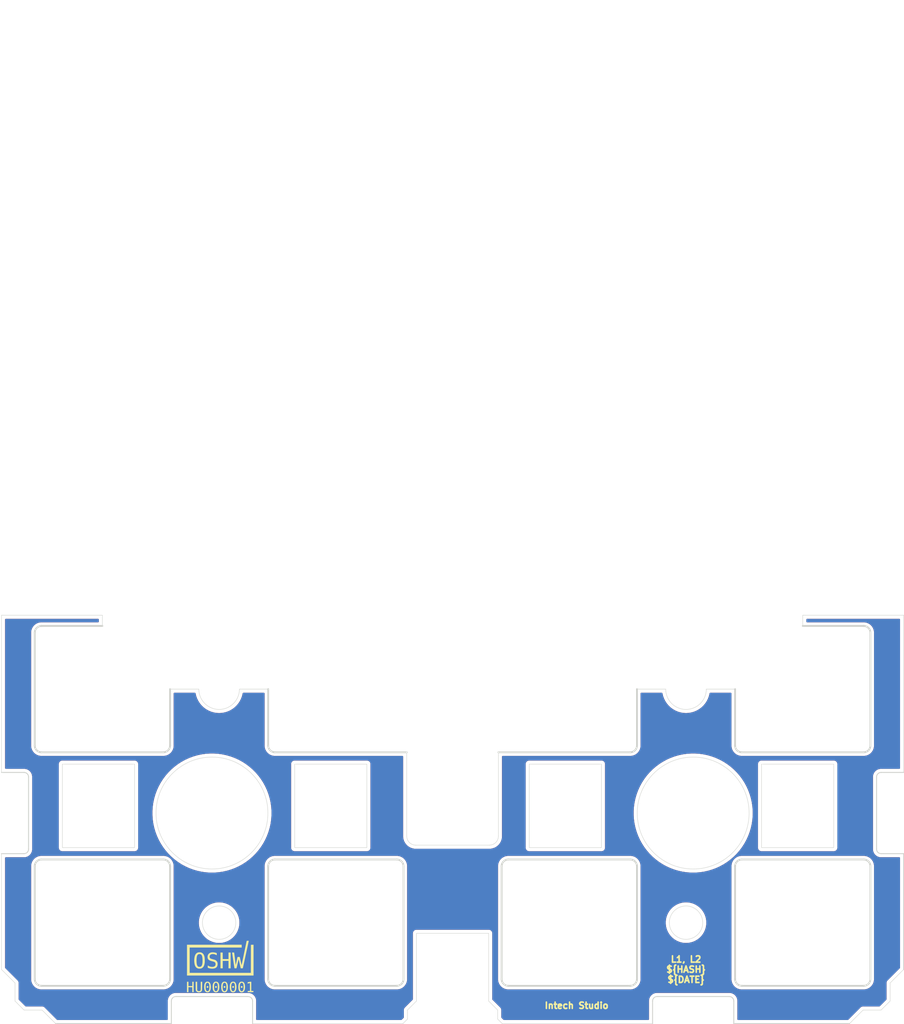
<source format=kicad_pcb>
(kicad_pcb (version 20241229) (generator "pcbnew") (generator_version "9.0")
  (layers (0 "F.Cu" signal) (2 "B.Cu" signal) (13 "F.Paste" user) (15 "B.Paste" user) (5 "F.SilkS" user "F.Silkscreen") (7 "B.SilkS" user "B.Silkscreen") (1 "F.Mask" user) (3 "B.Mask" user) (25 "Edge.Cuts" user))
  (net 0 "")
  (footprint "suku_basics:OSHWA" (layer "F.Cu") (at 74.25 143.75)
    (property "Reference" "LOGO701" (hide yes))
    (property "Value" "LOGO" (hide yes))
    (fp_poly (pts (xy 3.689316 0.925456) (xy -3.689315 0.925456) (xy -3.689315 -2.488724) (xy 2.37617 -2.488724) (xy 2.37617 -2.176071) (xy -3.389168 -2.176071) (xy -3.389168 0.625308) (xy 3.389071 0.625308) (xy 3.392246 -0.928582) (xy 3.395421 -2.482471) (xy 3.542369 -2.485995) (xy 3.689316 -2.489518)) (fill yes) (layer "F.SilkS"))
    (fp_poly (pts (xy -3.526735 2.088528) (xy -3.101526 2.088528) (xy -3.101526 1.613294) (xy -2.951452 1.613294) (xy -2.951452 2.763861) (xy -3.101038 2.763861) (xy -3.104409 2.491852) (xy -3.107779 2.219843) (xy -3.526735 2.212985) (xy -3.526735 2.763861) (xy -3.689315 2.763861) (xy -3.689315 1.613294) (xy -3.526735 1.613294)) (fill yes) (layer "F.SilkS"))
    (fp_poly (pts (xy 0.146948 -1.623126) (xy 0.268883 -1.619547) (xy 0.275519 -0.900443) (xy 0.91295 -0.900443) (xy 0.91295 -1.6258) (xy 1.150567 -1.6258) (xy 1.150567 0.125062) (xy 0.91295 0.125062) (xy 0.91295 -0.700344) (xy 0.275136 -0.700344) (xy 0.275136 0.125062) (xy 0.025013 0.125062) (xy 0.025013 -1.626706)) (fill yes) (layer "F.SilkS"))
    (fp_poly (pts (xy -1.366002 2.099022) (xy -1.333968 2.12638) (xy -1.31649 2.164417) (xy -1.31599 2.206947) (xy -1.334889 2.247785) (xy -1.343843 2.25793) (xy -1.384322 2.283341) (xy -1.429351 2.288196) (xy -1.47129 2.272398) (xy -1.486052 2.259682) (xy -1.510388 2.218539) (xy -1.513698 2.175058) (xy -1.498584 2.135108) (xy -1.467647 2.104558) (xy -1.42349 2.089276) (xy -1.41017 2.088528)) (fill yes) (layer "F.SilkS"))
    (fp_poly (pts (xy -0.428041 2.099022) (xy -0.396007 2.12638) (xy -0.378529 2.164417) (xy -0.378028 2.206947) (xy -0.396927 2.247785) (xy -0.405881 2.25793) (xy -0.446361 2.283341) (xy -0.491389 2.288196) (xy -0.533328 2.272398) (xy -0.54809 2.259682) (xy -0.572426 2.218539) (xy -0.575736 2.175058) (xy -0.560622 2.135108) (xy -0.529686 2.104558) (xy -0.485529 2.089276) (xy -0.472209 2.088528)) (fill yes) (layer "F.SilkS"))
    (fp_poly (pts (xy 0.522427 2.099022) (xy 0.554461 2.12638) (xy 0.571939 2.164417) (xy 0.57244 2.206947) (xy 0.55354 2.247785) (xy 0.544587 2.25793) (xy 0.504107 2.283341) (xy 0.459078 2.288196) (xy 0.417139 2.272398) (xy 0.402377 2.259682) (xy 0.378041 2.218539) (xy 0.374731 2.175058) (xy 0.389846 2.135108) (xy 0.420782 2.104558) (xy 0.464939 2.089276) (xy 0.478259 2.088528)) (fill yes) (layer "F.SilkS"))
    (fp_poly (pts (xy 1.472895 2.099022) (xy 1.504929 2.12638) (xy 1.522407 2.164417) (xy 1.522907 2.206947) (xy 1.504008 2.247785) (xy 1.495054 2.25793) (xy 1.454575 2.283341) (xy 1.409546 2.288196) (xy 1.367607 2.272398) (xy 1.352845 2.259682) (xy 1.328509 2.218539) (xy 1.325199 2.175058) (xy 1.340313 2.135108) (xy 1.37125 2.104558) (xy 1.415407 2.089276) (xy 1.428727 2.088528)) (fill yes) (layer "F.SilkS"))
    (fp_poly (pts (xy 2.423363 2.099022) (xy 2.455397 2.12638) (xy 2.472875 2.164417) (xy 2.473375 2.206947) (xy 2.454476 2.247785) (xy 2.445522 2.25793) (xy 2.405042 2.283341) (xy 2.360014 2.288196) (xy 2.318075 2.272398) (xy 2.303313 2.259682) (xy 2.278977 2.218539) (xy 2.275667 2.175058) (xy 2.290781 2.135108) (xy 2.321718 2.104558) (xy 2.365875 2.089276) (xy 2.379195 2.088528)) (fill yes) (layer "F.SilkS"))
    (fp_poly (pts (xy 3.439193 2.626293) (xy 3.67681 2.626293) (xy 3.67681 2.763861) (xy 3.037689 2.763861) (xy 3.041469 2.698203) (xy 3.045249 2.632546) (xy 3.167184 2.628966) (xy 3.289119 2.625387) (xy 3.289119 2.194378) (xy 3.288777 2.074495) (xy 3.287778 1.971946) (xy 3.286163 1.888188) (xy 3.283972 1.824679) (xy 3.281247 1.782877) (xy 3.278027 1.76424) (xy 3.277097 1.763368) (xy 3.260168 1.766055) (xy 3.225245 1.773232) (xy 3.178662 1.78357) (xy 3.157804 1.78838) (xy 3.108191 1.799632) (xy 3.067562 1.808258) (xy 3.042296 1.81293) (xy 3.037888 1.813393) (xy 3.031169 1.801857) (xy 3.028386 1.770697) (xy 3.028992 1.742407) (xy 3.032743 1.671421) (xy 3.157804 1.642959) (xy 3.221273 1.630301) (xy 3.285815 1.620393) (xy 3.341191 1.614699) (xy 3.361029 1.613896) (xy 3.439193 1.613294)) (fill yes) (layer "F.SilkS"))
    (fp_poly (pts (xy -2.561065 2.0883) (xy -2.557508 2.563306) (xy -2.519948 2.600854) (xy -2.471266 2.633373) (xy -2.409462 2.651483) (xy -2.342226 2.654652) (xy -2.277249 2.642346) (xy -2.231814 2.62084) (xy -2.214905 2.608756) (xy -2.201041 2.59515) (xy -2.189922 2.577563) (xy -2.181246 2.553532) (xy -2.17471 2.520598) (xy -2.170015 2.4763) (xy -2.166857 2.418177) (xy -2.164936 2.343768) (xy -2.16395 2.250614) (xy -2.163598 2.136253) (xy -2.163564 2.063918) (xy -2.163564 1.613294) (xy -1.998864 1.613294) (xy -2.004222 2.072895) (xy -2.006032 2.205355) (xy -2.008145 2.314667) (xy -2.01064 2.402695) (xy -2.0136 2.471303) (xy -2.017104 2.522353) (xy -2.021235 2.557709) (xy -2.026072 2.579236) (xy -2.026235 2.579707) (xy -2.061961 2.646483) (xy -2.11637 2.704712) (xy -2.18322 2.74789) (xy -2.191159 2.751482) (xy -2.248615 2.76959) (xy -2.317403 2.781305) (xy -2.387483 2.785695) (xy -2.448813 2.781827) (xy -2.469965 2.7774) (xy -2.559864 2.741802) (xy -2.631084 2.690092) (xy -2.68309 2.622692) (xy -2.694035 2.60128) (xy -2.700795 2.585557) (xy -2.706311 2.568715) (xy -2.710737 2.548089) (xy -2.714227 2.52101) (xy -2.716934 2.484812) (xy -2.719011 2.436829) (xy -2.720611 2.374392) (xy -2.721887 2.294836) (xy -2.722993 2.195492) (xy -2.724036 2.079149) (xy -2.727983 1.613294) (xy -2.564621 1.613294)) (fill yes) (layer "F.SilkS"))
    (fp_poly (pts (xy -1.310098 1.612912) (xy -1.245099 1.637705) (xy -1.190196 1.679949) (xy -1.156217 1.719274) (xy -1.115039 1.78977) (xy -1.082521 1.879346) (xy -1.059193 1.983428) (xy -1.045587 2.09744) (xy -1.042234 2.216809) (xy -1.049666 2.336958) (xy -1.068414 2.453315) (xy -1.070086 2.460853) (xy -1.103581 2.566283) (xy -1.151911 2.652461) (xy -1.214661 2.718771) (xy -1.269007 2.754112) (xy -1.327364 2.774198) (xy -1.397728 2.783817) (xy -1.469059 2.782224) (xy -1.522977 2.771248) (xy -1.599296 2.734152) (xy -1.662604 2.676662) (xy -1.713325 2.598241) (xy -1.751884 2.498348) (xy -1.759429 2.47091) (xy -1.771042 2.407332) (xy -1.778789 2.326836) (xy -1.78267 2.23636) (xy -1.782683 2.144806) (xy -1.622183 2.144806) (xy -1.621935 2.28475) (xy -1.611644 2.402029) (xy -1.591236 2.496918) (xy -1.560637 2.569692) (xy -1.519773 2.620626) (xy -1.488165 2.641906) (xy -1.435118 2.66084) (xy -1.385951 2.659264) (xy -1.342748 2.643425) (xy -1.305285 2.616016) (xy -1.272738 2.575561) (xy -1.270349 2.571514) (xy -1.247117 2.52449) (xy -1.22996 2.473242) (xy -1.218155 2.413306) (xy -1.210979 2.340213) (xy -1.207708 2.249498) (xy -1.207325 2.182324) (xy -1.209381 2.074424) (xy -1.215541 1.987609) (xy -1.226656 1.918165) (xy -1.243577 1.862378) (xy -1.267155 1.816533) (xy -1.298241 1.776917) (xy -1.300831 1.774164) (xy -1.33074 1.745356) (xy -1.356393 1.73103) (xy -1.389273 1.726228) (xy -1.41273 1.72585) (xy -1.454211 1.727808) (xy -1.482909 1.736951) (xy -1.510566 1.75818) (xy -1.525911 1.773092) (xy -1.556701 1.809168) (xy -1.580234 1.850513) (xy -1.597535 1.901075) (xy -1.609626 1.964803) (xy -1.617529 2.045647) (xy -1.622183 2.144806) (xy -1.782683 2.144806) (xy -1.782683 2.142843) (xy -1.778827 2.053224) (xy -1.771102 1.97444) (xy -1.75951 1.913442) (xy -1.729702 1.823267) (xy -1.693106 1.751266) (xy -1.646291 1.690827) (xy -1.641054 1.685308) (xy -1.589649 1.642072) (xy -1.532104 1.615278) (xy -1.46267 1.60302) (xy -1.391272 1.602551)) (fill yes) (layer "F.SilkS"))
    (fp_poly (pts (xy -0.372136 1.612912) (xy -0.307138 1.637705) (xy -0.252234 1.679949) (xy -0.218255 1.719274) (xy -0.177078 1.78977) (xy -0.144559 1.879346) (xy -0.121231 1.983428) (xy -0.107626 2.09744) (xy -0.104273 2.216809) (xy -0.111705 2.336958) (xy -0.130453 2.453315) (xy -0.132124 2.460853) (xy -0.165619 2.566283) (xy -0.21395 2.652461) (xy -0.276699 2.718771) (xy -0.331045 2.754112) (xy -0.389402 2.774198) (xy -0.459766 2.783817) (xy -0.531098 2.782224) (xy -0.585015 2.771248) (xy -0.661335 2.734152) (xy -0.724643 2.676662) (xy -0.775364 2.598241) (xy -0.813922 2.498348) (xy -0.821467 2.47091) (xy -0.83308 2.407332) (xy -0.840827 2.326836) (xy -0.844708 2.23636) (xy -0.844721 2.144806) (xy -0.684221 2.144806) (xy -0.683973 2.28475) (xy -0.673682 2.402029) (xy -0.653275 2.496918) (xy -0.622676 2.569692) (xy -0.581811 2.620626) (xy -0.550203 2.641906) (xy -0.497157 2.66084) (xy -0.44799 2.659264) (xy -0.404787 2.643425) (xy -0.367324 2.616016) (xy -0.334776 2.575561) (xy -0.332387 2.571514) (xy -0.309155 2.52449) (xy -0.291998 2.473242) (xy -0.280193 2.413306) (xy -0.273017 2.340213) (xy -0.269746 2.249498) (xy -0.269363 2.182324) (xy -0.271419 2.074424) (xy -0.27758 1.987609) (xy -0.288695 1.918165) (xy -0.305616 1.862378) (xy -0.329194 1.816533) (xy -0.36028 1.776917) (xy -0.36287 1.774164) (xy -0.392779 1.745356) (xy -0.418432 1.73103) (xy -0.451311 1.726228) (xy -0.474768 1.72585) (xy -0.51625 1.727808) (xy -0.544947 1.736951) (xy -0.572605 1.75818) (xy -0.58795 1.773092) (xy -0.618739 1.809168) (xy -0.642273 1.850513) (xy -0.659574 1.901075) (xy -0.671664 1.964803) (xy -0.679568 2.045647) (xy -0.684221 2.144806) (xy -0.844721 2.144806) (xy -0.844721 2.142843) (xy -0.840866 2.053224) (xy -0.833141 1.97444) (xy -0.821548 1.913442) (xy -0.79174 1.823267) (xy -0.755145 1.751266) (xy -0.708329 1.690827) (xy -0.703092 1.685308) (xy -0.651688 1.642072) (xy -0.594142 1.615278) (xy -0.524708 1.60302) (xy -0.453311 1.602551)) (fill yes) (layer "F.SilkS"))
    (fp_poly (pts (xy 0.578332 1.612912) (xy 0.64333 1.637705) (xy 0.698234 1.679949) (xy 0.732212 1.719274) (xy 0.77339 1.78977) (xy 0.805908 1.879346) (xy 0.829236 1.983428) (xy 0.842842 2.09744) (xy 0.846195 2.216809) (xy 0.838763 2.336958) (xy 0.820015 2.453315) (xy 0.818343 2.460853) (xy 0.784848 2.566283) (xy 0.736518 2.652461) (xy 0.673769 2.718771) (xy 0.619423 2.754112) (xy 0.561066 2.774198) (xy 0.490702 2.783817) (xy 0.41937 2.782224) (xy 0.365453 2.771248) (xy 0.289133 2.734152) (xy 0.225825 2.676662) (xy 0.175104 2.598241) (xy 0.136546 2.498348) (xy 0.129001 2.47091) (xy 0.117388 2.407332) (xy 0.10964 2.326836) (xy 0.10576 2.23636) (xy 0.105746 2.144806) (xy 0.266246 2.144806) (xy 0.266494 2.28475) (xy 0.276785 2.402029) (xy 0.297193 2.496918) (xy 0.327792 2.569692) (xy 0.368656 2.620626) (xy 0.400264 2.641906) (xy 0.453311 2.66084) (xy 0.502478 2.659264) (xy 0.545681 2.643425) (xy 0.583144 2.616016) (xy 0.615692 2.575561) (xy 0.61808 2.571514) (xy 0.641313 2.52449) (xy 0.65847 2.473242) (xy 0.670275 2.413306) (xy 0.677451 2.340213) (xy 0.680721 2.249498) (xy 0.681105 2.182324) (xy 0.679048 2.074424) (xy 0.672888 1.987609) (xy 0.661773 1.918165) (xy 0.644852 1.862378) (xy 0.621274 1.816533) (xy 0.590188 1.776917) (xy 0.587598 1.774164) (xy 0.557689 1.745356) (xy 0.532036 1.73103) (xy 0.499156 1.726228) (xy 0.475699 1.72585) (xy 0.434218 1.727808) (xy 0.40552 1.736951) (xy 0.377863 1.75818) (xy 0.362518 1.773092) (xy 0.331729 1.809168) (xy 0.308195 1.850513) (xy 0.290894 1.901075) (xy 0.278803 1.964803) (xy 0.2709 2.045647) (xy 0.266246 2.144806) (xy 0.105746 2.144806) (xy 0.105746 2.142843) (xy 0.109602 2.053224) (xy 0.117327 1.97444) (xy 0.12892 1.913442) (xy 0.158728 1.823267) (xy 0.195323 1.751266) (xy 0.242139 1.690827) (xy 0.247376 1.685308) (xy 0.29878 1.642072) (xy 0.356326 1.615278) (xy 0.42576 1.60302) (xy 0.497157 1.602551)) (fill yes) (layer "F.SilkS"))
    (fp_poly (pts (xy 1.528799 1.612912) (xy 1.593798 1.637705) (xy 1.648701 1.679949) (xy 1.68268 1.719274) (xy 1.723858 1.78977) (xy 1.756376 1.879346) (xy 1.779704 1.983428) (xy 1.79331 2.09744) (xy 1.796663 2.216809) (xy 1.789231 2.336958) (xy 1.770483 2.453315) (xy 1.768811 2.460853) (xy 1.735316 2.566283) (xy 1.686986 2.652461) (xy 1.624236 2.718771) (xy 1.569891 2.754112) (xy 1.511533 2.774198) (xy 1.44117 2.783817) (xy 1.369838 2.782224) (xy 1.31592 2.771248) (xy 1.239601 2.734152) (xy 1.176293 2.676662) (xy 1.125572 2.598241) (xy 1.087013 2.498348) (xy 1.079469 2.47091) (xy 1.067856 2.407332) (xy 1.060108 2.326836) (xy 1.056227 2.23636) (xy 1.056214 2.144806) (xy 1.216714 2.144806) (xy 1.216962 2.28475) (xy 1.227253 2.402029) (xy 1.247661 2.496918) (xy 1.27826 2.569692) (xy 1.319124 2.620626) (xy 1.350732 2.641906) (xy 1.403779 2.66084) (xy 1.452946 2.659264) (xy 1.496149 2.643425) (xy 1.533612 2.616016) (xy 1.566159 2.575561) (xy 1.568548 2.571514) (xy 1.59178 2.52449) (xy 1.608937 2.473242) (xy 1.620742 2.413306) (xy 1.627918 2.340213) (xy 1.631189 2.249498) (xy 1.631572 2.182324) (xy 1.629516 2.074424) (xy 1.623356 1.987609) (xy 1.612241 1.918165) (xy 1.59532 1.862378) (xy 1.571742 1.816533) (xy 1.540656 1.776917) (xy 1.538066 1.774164) (xy 1.508157 1.745356) (xy 1.482504 1.73103) (xy 1.449624 1.726228) (xy 1.426167 1.72585) (xy 1.384686 1.727808) (xy 1.355988 1.736951) (xy 1.328331 1.75818) (xy 1.312986 1.773092) (xy 1.282196 1.809168) (xy 1.258663 1.850513) (xy 1.241362 1.901075) (xy 1.229271 1.964803) (xy 1.221368 2.045647) (xy 1.216714 2.144806) (xy 1.056214 2.144806) (xy 1.056214 2.142843) (xy 1.06007 2.053224) (xy 1.067795 1.97444) (xy 1.079387 1.913442) (xy 1.109196 1.823267) (xy 1.145791 1.751266) (xy 1.192606 1.690827) (xy 1.197843 1.685308) (xy 1.249248 1.642072) (xy 1.306793 1.615278) (xy 1.376227 1.60302) (xy 1.447625 1.602551)) (fill yes) (layer "F.SilkS"))
    (fp_poly (pts (xy 2.479267 1.612912) (xy 2.544266 1.637705) (xy 2.599169 1.679949) (xy 2.633148 1.719274) (xy 2.674326 1.78977) (xy 2.706844 1.879346) (xy 2.730172 1.983428) (xy 2.743778 2.09744) (xy 2.74713 2.216809) (xy 2.739698 2.336958) (xy 2.720951 2.453315) (xy 2.719279 2.460853) (xy 2.685784 2.566283) (xy 2.637453 2.652461) (xy 2.574704 2.718771) (xy 2.520358 2.754112) (xy 2.462001 2.774198) (xy 2.391637 2.783817) (xy 2.320306 2.782224) (xy 2.266388 2.771248) (xy 2.190068 2.734152) (xy 2.12676 2.676662) (xy 2.07604 2.598241) (xy 2.037481 2.498348) (xy 2.029936 2.47091) (xy 2.018323 2.407332) (xy 2.010576 2.326836) (xy 2.006695 2.23636) (xy 2.006682 2.144806) (xy 2.167182 2.144806) (xy 2.16743 2.28475) (xy 2.177721 2.402029) (xy 2.198129 2.496918) (xy 2.228728 2.569692) (xy 2.269592 2.620626) (xy 2.3012 2.641906) (xy 2.354246 2.66084) (xy 2.403413 2.659264) (xy 2.446617 2.643425) (xy 2.48408 2.616016) (xy 2.516627 2.575561) (xy 2.519016 2.571514) (xy 2.542248 2.52449) (xy 2.559405 2.473242) (xy 2.57121 2.413306) (xy 2.578386 2.340213) (xy 2.581657 2.249498) (xy 2.58204 2.182324) (xy 2.579984 2.074424) (xy 2.573824 1.987609) (xy 2.562709 1.918165) (xy 2.545787 1.862378) (xy 2.522209 1.816533) (xy 2.491124 1.776917) (xy 2.488534 1.774164) (xy 2.458625 1.745356) (xy 2.432972 1.73103) (xy 2.400092 1.726228) (xy 2.376635 1.72585) (xy 2.335154 1.727808) (xy 2.306456 1.736951) (xy 2.278799 1.75818) (xy 2.263454 1.773092) (xy 2.232664 1.809168) (xy 2.20913 1.850513) (xy 2.19183 1.901075) (xy 2.179739 1.964803) (xy 2.171835 2.045647) (xy 2.167182 2.144806) (xy 2.006682 2.144806) (xy 2.006682 2.142843) (xy 2.010537 2.053224) (xy 2.018263 1.97444) (xy 2.029855 1.913442) (xy 2.059663 1.823267) (xy 2.096259 1.751266) (xy 2.143074 1.690827) (xy 2.148311 1.685308) (xy 2.199716 1.642072) (xy 2.257261 1.615278) (xy 2.326695 1.60302) (xy 2.398093 1.602551)) (fill yes) (layer "F.SilkS"))
    (fp_poly (pts (xy -2.213686 -1.648416) (xy -2.173361 -1.642883) (xy -2.133448 -1.632444) (xy -2.11365 -1.62599) (xy -2.017135 -1.582277) (xy -1.934897 -1.520831) (xy -1.866124 -1.440575) (xy -1.810003 -1.340433) (xy -1.765721 -1.219326) (xy -1.744681 -1.136985) (xy -1.734923 -1.07785) (xy -1.72692 -0.999811) (xy -1.720855 -0.908928) (xy -1.716911 -0.811259) (xy -1.71527 -0.712863) (xy -1.716115 -0.6198) (xy -1.719627 -0.538129) (xy -1.724944 -0.481445) (xy -1.751517 -0.331144) (xy -1.789241 -0.202461) (xy -1.838715 -0.094336) (xy -1.900537 -0.005708) (xy -1.975305 0.06448) (xy -2.062762 0.116889) (xy -2.103525 0.134659) (xy -2.139902 0.14622) (xy -2.179949 0.153159) (xy -2.231723 0.157061) (xy -2.275366 0.158715) (xy -2.345863 0.159585) (xy -2.399351 0.156676) (xy -2.443645 0.149242) (xy -2.478265 0.139354) (xy -2.571511 0.098856) (xy -2.651292 0.042823) (xy -2.718295 -0.029968) (xy -2.773207 -0.120739) (xy -2.816717 -0.230714) (xy -2.849512 -0.361114) (xy -2.872279 -0.513163) (xy -2.877989 -0.571523) (xy -2.884864 -0.674628) (xy -2.885786 -0.744116) (xy -2.629897 -0.744116) (xy -2.627195 -0.594409) (xy -2.618801 -0.467089) (xy -2.604279 -0.360089) (xy -2.583196 -0.27134) (xy -2.555116 -0.198778) (xy -2.519605 -0.140333) (xy -2.497463 -0.114208) (xy -2.463968 -0.08401) (xy -2.42916 -0.060012) (xy -2.419941 -0.055293) (xy -2.371974 -0.042609) (xy -2.310675 -0.038337) (xy -2.24617 -0.042214) (xy -2.188587 -0.053976) (xy -2.167463 -0.061848) (xy -2.110324 -0.10024) (xy -2.062818 -0.159403) (xy -2.024838 -0.239747) (xy -1.996276 -0.341685) (xy -1.977025 -0.465628) (xy -1.966978 -0.611987) (xy -1.96603 -0.781173) (xy -1.967346 -0.831659) (xy -1.974496 -0.971762) (xy -1.986642 -1.089396) (xy -2.00452 -1.186737) (xy -2.02887 -1.265962) (xy -2.06043 -1.329249) (xy -2.099936 -1.378775) (xy -2.148127 -1.416718) (xy -2.169817 -1.429044) (xy -2.234525 -1.450351) (xy -2.308708 -1.455453) (xy -2.382835 -1.444401) (xy -2.428511 -1.427606) (xy -2.481734 -1.392782) (xy -2.526042 -1.343307) (xy -2.561873 -1.277702) (xy -2.589663 -1.194486) (xy -2.609848 -1.092179) (xy -2.622863 -0.969303) (xy -2.629144 -0.824376) (xy -2.629897 -0.744116) (xy -2.885786 -0.744116) (xy -2.886107 -0.768282) (xy -2.881727 -0.866448) (xy -2.878187 -0.912678) (xy -2.859119 -1.072373) (xy -2.830164 -1.210136) (xy -2.790684 -1.327272) (xy -2.740046 -1.425088) (xy -2.677612 -1.504888) (xy -2.602749 -1.567978) (xy -2.542136 -1.603131) (xy -2.502095 -1.621588) (xy -2.466776 -1.633727) (xy -2.42829 -1.641206) (xy -2.378745 -1.645687) (xy -2.328219 -1.648133) (xy -2.262584 -1.649885)) (fill yes) (layer "F.SilkS"))
    (fp_poly (pts (xy -0.796763 -1.648341) (xy -0.685523 -1.638002) (xy -0.57458 -1.618762) (xy -0.47144 -1.591483) (xy -0.422082 -1.57389) (xy -0.406061 -1.566635) (xy -0.395996 -1.556809) (xy -0.390503 -1.53914) (xy -0.388198 -1.508358) (xy -0.387696 -1.45919) (xy -0.38769 -1.442943) (xy -0.388153 -1.392245) (xy -0.389395 -1.352573) (xy -0.391198 -1.329392) (xy -0.392368 -1.325652) (xy -0.404999 -1.331227) (xy -0.432223 -1.345495) (xy -0.453058 -1.356958) (xy -0.554732 -1.404587) (xy -0.659074 -1.436678) (xy -0.76262 -1.453345) (xy -0.86191 -1.4547) (xy -0.95348 -1.440857) (xy -1.033869 -1.41193) (xy -1.099615 -1.368032) (xy -1.130442 -1.334753) (xy -1.166972 -1.26703) (xy -1.183105 -1.189889) (xy -1.177427 -1.110201) (xy -1.177033 -1.108409) (xy -1.163988 -1.063883) (xy -1.144802 -1.026727) (xy -1.116635 -0.995185) (xy -1.076646 -0.9675) (xy -1.021997 -0.941913) (xy -0.949848 -0.916667) (xy -0.857358 -0.890006) (xy -0.799557 -0.874812) (xy -0.729069 -0.855592) (xy -0.661512 -0.835202) (xy -0.603334 -0.815723) (xy -0.560981 -0.799233) (xy -0.551784 -0.794908) (xy -0.457399 -0.735184) (xy -0.384118 -0.662245) (xy -0.331806 -0.575839) (xy -0.300327 -0.475715) (xy -0.289545 -0.361621) (xy -0.290958 -0.312654) (xy -0.307843 -0.196094) (xy -0.343494 -0.095994) (xy -0.397943 -0.01233) (xy -0.47122 0.054921) (xy -0.563355 0.105784) (xy -0.674379 0.140282) (xy -0.804323 0.158439) (xy -0.900443 0.161483) (xy -0.984703 0.158051) (xy -1.070024 0.149441) (xy -1.13806 0.138049) (xy -1.198338 0.123653) (xy -1.259779 0.106575) (xy -1.310396 0.090181) (xy -1.316272 0.088005) (xy -1.388183 0.060734) (xy -1.388183 -0.063429) (xy -1.387687 -0.115723) (xy -1.386352 -0.157145) (xy -1.384404 -0.182382) (xy -1.38289 -0.187592) (xy -1.370172 -0.182129) (xy -1.340939 -0.167587) (xy -1.300705 -0.146732) (xy -1.285967 -0.138943) (xy -1.192068 -0.093743) (xy -1.105928 -0.063324) (xy -1.017843 -0.044564) (xy -0.975878 -0.039189) (xy -0.86929 -0.035229) (xy -0.772107 -0.046254) (xy -0.687556 -0.071299) (xy -0.618865 -0.109397) (xy -0.56926 -0.159578) (xy -0.56797 -0.161452) (xy -0.533797 -0.231437) (xy -0.51833 -0.308864) (xy -0.521301 -0.387506) (xy -0.542443 -0.461135) (xy -0.581487 -0.523521) (xy -0.583649 -0.525951) (xy -0.609695 -0.551075) (xy -0.640923 -0.57281) (xy -0.681021 -0.592658) (xy -0.733674 -0.612124) (xy -0.80257 -0.632713) (xy -0.891395 -0.655929) (xy -0.918913 -0.662755) (xy -1.050387 -0.699971) (xy -1.158673 -0.741914) (xy -1.245375 -0.790011) (xy -1.312098 -0.845683) (xy -1.360446 -0.910356) (xy -1.392023 -0.985455) (xy -1.408435 -1.072402) (xy -1.410535 -1.09912) (xy -1.4061 -1.216759) (xy -1.379547 -1.324024) (xy -1.332234 -1.419171) (xy -1.265518 -1.500457) (xy -1.180757 -1.566139) (xy -1.079309 -1.614474) (xy -0.990106 -1.638887) (xy -0.900793 -1.648923)) (fill yes) (layer "F.SilkS"))
    (fp_poly (pts (xy 3.102426 -2.926025) (xy 3.136692 -2.92422) (xy 3.154538 -2.920182) (xy 3.160258 -2.913068) (xy 3.158976 -2.904554) (xy 3.15551 -2.889751) (xy 3.147085 -2.85202) (xy 3.134032 -2.79288) (xy 3.116683 -2.713851) (xy 3.095368 -2.616451) (xy 3.070419 -2.5022) (xy 3.042167 -2.372615) (xy 3.010944 -2.229217) (xy 2.97708 -2.073524) (xy 2.940907 -1.907054) (xy 2.902756 -1.731327) (xy 2.862958 -1.547863) (xy 2.83241 -1.406942) (xy 2.791579 -1.218561) (xy 2.752145 -1.036694) (xy 2.71444 -0.86287) (xy 2.678796 -0.698615) (xy 2.645545 -0.545457) (xy 2.615018 -0.404923) (xy 2.587548 -0.27854) (xy 2.563467 -0.167837) (xy 2.543106 -0.07434) (xy 2.526798 0.000424) (xy 2.514875 0.054927) (xy 2.507668 0.087641) (xy 2.505566 0.096923) (xy 2.500685 0.110204) (xy 2.490761 0.118479) (xy 2.470723 0.122922) (xy 2.435501 0.124706) (xy 2.384194 0.125006) (xy 2.269867 0.124951) (xy 2.158632 -0.36586) (xy 2.134167 -0.473343) (xy 2.111178 -0.573444) (xy 2.090296 -0.66348) (xy 2.072154 -0.740768) (xy 2.057382 -0.802623) (xy 2.046613 -0.846363) (xy 2.040477 -0.869304) (xy 2.039552 -0.871902) (xy 2.0352 -0.863504) (xy 2.026061 -0.83316) (xy 2.012753 -0.783341) (xy 1.995895 -0.716523) (xy 1.976107 -0.635178) (xy 1.954007 -0.54178) (xy 1.930215 -0.438803) (xy 1.920631 -0.396668) (xy 1.896245 -0.289214) (xy 1.87343 -0.189124) (xy 1.852808 -0.099085) (xy 1.834997 -0.021783) (xy 1.820618 0.040094) (xy 1.81029 0.083861) (xy 1.804634 0.106831) (xy 1.803883 0.109429) (xy 1.790649 0.117883) (xy 1.757015 0.122985) (xy 1.700958 0.125004) (xy 1.686601 0.125062) (xy 1.626286 0.123691) (xy 1.58866 0.119383) (xy 1.571536 0.111845) (xy 1.570206 0.109429) (xy 1.567599 0.09467) (xy 1.561661 0.057254) (xy 1.552709 -0.000731) (xy 1.541057 -0.077199) (xy 1.52702 -0.170059) (xy 1.510913 -0.277226) (xy 1.493053 -0.396611) (xy 1.473753 -0.526125) (xy 1.453329 -0.663682) (xy 1.444195 -0.725357) (xy 1.423286 -0.86659) (xy 1.403322 -1.001332) (xy 1.384628 -1.127412) (xy 1.367524 -1.242655) (xy 1.352335 -1.344891) (xy 1.339382 -1.431947) (xy 1.32899 -1.50165) (xy 1.32148 -1.551828) (xy 1.317176 -1.580309) (xy 1.316421 -1.585155) (xy 1.309874 -1.6258) (xy 1.423328 -1.6258) (xy 1.473932 -1.624832) (xy 1.514231 -1.622242) (xy 1.538299 -1.618495) (xy 1.542347 -1.61642) (xy 1.544815 -1.602564) (xy 1.54987 -1.566169) (xy 1.557226 -1.509546) (xy 1.566598 -1.435003) (xy 1.577701 -1.34485) (xy 1.590248 -1.241394) (xy 1.603954 -1.126945) (xy 1.618534 -1.003812) (xy 1.626268 -0.937961) (xy 1.641232 -0.81126) (xy 1.655556 -0.692058) (xy 1.668946 -0.582664) (xy 1.681106 -0.485387) (xy 1.691743 -0.402537) (xy 1.700562 -0.336424) (xy 1.707269 -0.289356) (xy 1.71157 -0.263643) (xy 1.712746 -0.25949) (xy 1.717087 -0.269078) (xy 1.725857 -0.300507) (xy 1.738432 -0.351119) (xy 1.754188 -0.41826) (xy 1.772503 -0.499273) (xy 1.792752 -0.591502) (xy 1.81403 -0.690953) (xy 1.907189 -1.131807) (xy 2.033915 -1.135355) (xy 2.091233 -1.1367) (xy 2.12833 -1.136273) (xy 2.149983 -1.133179) (xy 2.160967 -1.126523) (xy 2.16606 -1.115408) (xy 2.167325 -1.110342) (xy 2.171428 -1.091715) (xy 2.18008 -1.051635) (xy 2.192635 -0.993117) (xy 2.208451 -0.919176) (xy 2.22688 -0.832826) (xy 2.247278 -0.737081) (xy 2.265319 -0.652281) (xy 2.291375 -0.531527) (xy 2.31393 -0.430753) (xy 2.33277 -0.350828) (xy 2.347679 -0.292619) (xy 2.358443 -0.256997) (xy 2.364847 -0.244831) (xy 2.365865 -0.245831) (xy 2.369616 -0.260989) (xy 2.378089 -0.299012) (xy 2.390942 -0.358272) (xy 2.407829 -0.437138) (xy 2.428409 -0.533984) (xy 2.452336 -0.647178) (xy 2.479268 -0.775094) (xy 2.50886 -0.916101) (xy 2.54077 -1.068572) (xy 2.574654 -1.230876) (xy 2.610167 -1.401386) (xy 2.645109 -1.569522) (xy 2.681846 -1.746433) (xy 2.717239 -1.91677) (xy 2.750948 -2.078897) (xy 2.782629 -2.231177) (xy 2.811944 -2.371973) (xy 2.838549 -2.499647) (xy 2.862104 -2.612563) (xy 2.882267 -2.709084) (xy 2.898698 -2.787573) (xy 2.911055 -2.846392) (xy 2.918996 -2.883906) (xy 2.922135 -2.898301) (xy 2.926897 -2.911399) (xy 2.936571 -2.919644) (xy 2.956132 -2.924155) (xy 2.990556 -2.926047) (xy 3.044818 -2.92644) (xy 3.047448 -2.92644)) (fill yes) (layer "F.SilkS"))
  )
  (gr_line (start 138.814375 104.75) (end 150 104.75) (stroke (width 0.05)) (layer "Edge.Cuts"))
  (gr_line (start 122.17 150) (end 105.5 150) (stroke (width 0.05)) (layer "Edge.Cuts"))
  (gr_arc (start 145.564375 131.814375) (mid 146.094695 132.034041) (end 146.314375 132.564375) (stroke (width 0.2)) (layer "Edge.Cuts"))
  (gr_line (start 138.814375 105.938125) (end 138.814375 104.75) (stroke (width 0.05)) (layer "Edge.Cuts"))
  (gr_circle (center 74.12375 138.814375) (end 75.97375 138.814375) (stroke (width 0.05)) (fill no) (layer "Edge.Cuts"))
  (gr_line (start 150 122.17) (end 147.5 122.17) (stroke (width 0.1)) (layer "Edge.Cuts"))
  (gr_line (start 104 140) (end 104 147.5) (stroke (width 0.05)) (layer "Edge.Cuts"))
  (gr_line (start 128.12625 112.938125) (end 131.314375 112.938125) (stroke (width 0.05)) (layer "Edge.Cuts"))
  (gr_line (start 131.314375 145.064375) (end 131.314375 132.564375) (stroke (width 0.2)) (layer "Edge.Cuts"))
  (gr_line (start 123.62625 112.938125) (end 120.438125 112.938125) (stroke (width 0.05)) (layer "Edge.Cuts"))
  (gr_line (start 67.935625 119.938125) (end 54.435625 119.938125) (stroke (width 0.2)) (layer "Edge.Cuts"))
  (gr_arc (start 147.5 131.17) (mid 147.146447 131.023553) (end 147 130.67) (stroke (width 0.1)) (layer "Edge.Cuts"))
  (gr_line (start 147 130.67) (end 147 122.67) (stroke (width 0.1)) (layer "Edge.Cuts"))
  (gr_circle (center 73.33 126.67) (end 79.53 126.67) (stroke (width 0.05)) (fill no) (layer "Edge.Cuts"))
  (gr_arc (start 105.08 129.226) (mid 104.787107 129.933107) (end 104.08 130.226) (stroke (width 0.05)) (layer "Edge.Cuts"))
  (gr_line (start 96 140) (end 104 140) (stroke (width 0.05)) (layer "Edge.Cuts"))
  (gr_line (start 122.17 147.5) (end 122.17 150) (stroke (width 0.1)) (layer "Edge.Cuts"))
  (gr_arc (start 80.311875 145.814375) (mid 79.781535 145.594701) (end 79.561875 145.064375) (stroke (width 0.2)) (layer "Edge.Cuts"))
  (gr_line (start 56 150) (end 54.5 148.5) (stroke (width 0.05)) (layer "Edge.Cuts"))
  (gr_line (start 150 144) (end 148.5 145.5) (stroke (width 0.05)) (layer "Edge.Cuts"))
  (gr_line (start 145.564375 105.938125) (end 138.814375 105.938125) (stroke (width 0.2)) (layer "Edge.Cuts"))
  (gr_arc (start 76.37375 112.938125) (mid 74.12375 115.188125) (end 71.87375 112.938125) (stroke (width 0.05)) (layer "Edge.Cuts"))
  (gr_arc (start 54.435625 145.814375) (mid 53.905288 145.594712) (end 53.685625 145.064375) (stroke (width 0.2)) (layer "Edge.Cuts"))
  (gr_line (start 146.314375 132.564375) (end 146.314375 145.064375) (stroke (width 0.2)) (layer "Edge.Cuts"))
  (gr_arc (start 132.064375 145.814375) (mid 131.534035 145.594701) (end 131.314375 145.064375) (stroke (width 0.2)) (layer "Edge.Cuts"))
  (gr_arc (start 105.438125 132.564375) (mid 105.657805 132.03407) (end 106.188125 131.814375) (stroke (width 0.2)) (layer "Edge.Cuts"))
  (gr_arc (start 132.064375 119.938125) (mid 131.534052 119.718448) (end 131.314375 119.188125) (stroke (width 0.2)) (layer "Edge.Cuts"))
  (gr_arc (start 53 130.67) (mid 52.853553 131.023553) (end 52.5 131.17) (stroke (width 0.1)) (layer "Edge.Cuts"))
  (gr_arc (start 77.33 147) (mid 77.683553 147.146447) (end 77.83 147.5) (stroke (width 0.1)) (layer "Edge.Cuts"))
  (gr_arc (start 54.435625 119.938125) (mid 53.905279 119.718471) (end 53.685625 119.188125) (stroke (width 0.2)) (layer "Edge.Cuts"))
  (gr_arc (start 122.17 147.5) (mid 122.316447 147.146447) (end 122.67 147) (stroke (width 0.1)) (layer "Edge.Cuts"))
  (gr_line (start 51.5 145.5) (end 50 144) (stroke (width 0.05)) (layer "Edge.Cuts"))
  (gr_line (start 94.92 119.938125) (end 80.311875 119.938125) (stroke (width 0.2)) (layer "Edge.Cuts"))
  (gr_line (start 61.185625 104.75) (end 50 104.75) (stroke (width 0.05)) (layer "Edge.Cuts"))
  (gr_line (start 145.564375 145.814375) (end 132.064375 145.814375) (stroke (width 0.2)) (layer "Edge.Cuts"))
  (gr_line (start 119.688125 145.814375) (end 106.188125 145.814375) (stroke (width 0.2)) (layer "Edge.Cuts"))
  (gr_rect (start 134.25 121.25) (end 142.25 130.5) (stroke (width 0.05)) (fill no) (layer "Edge.Cuts"))
  (gr_arc (start 128.12625 112.938125) (mid 125.87625 115.188125) (end 123.62625 112.938125) (stroke (width 0.05)) (layer "Edge.Cuts"))
  (gr_line (start 104 147.5) (end 105 148.5) (stroke (width 0.05)) (layer "Edge.Cuts"))
  (gr_line (start 94.561875 132.564375) (end 94.561875 145.064375) (stroke (width 0.2)) (layer "Edge.Cuts"))
  (gr_line (start 94.92 119.938125) (end 94.92 129.226) (stroke (width 0.05)) (layer "Edge.Cuts"))
  (gr_arc (start 95.92 130.226) (mid 95.212893 129.933107) (end 94.92 129.226) (stroke (width 0.05)) (layer "Edge.Cuts"))
  (gr_arc (start 68.83 147.5) (mid 68.976447 147.146447) (end 69.33 147) (stroke (width 0.1)) (layer "Edge.Cuts"))
  (gr_line (start 52.5 122.17) (end 50 122.17) (stroke (width 0.1)) (layer "Edge.Cuts"))
  (gr_line (start 95.92 130.226) (end 104.08 130.226) (stroke (width 0.05)) (layer "Edge.Cuts"))
  (gr_line (start 52.5 148.5) (end 51.5 147.5) (stroke (width 0.05)) (layer "Edge.Cuts"))
  (gr_line (start 50 131.17) (end 52.5 131.17) (stroke (width 0.1)) (layer "Edge.Cuts"))
  (gr_line (start 61.185625 105.938125) (end 61.185625 104.75) (stroke (width 0.05)) (layer "Edge.Cuts"))
  (gr_line (start 148.5 145.5) (end 148.5 147.5) (stroke (width 0.05)) (layer "Edge.Cuts"))
  (gr_arc (start 131.314375 132.564375) (mid 131.534052 132.034052) (end 132.064375 131.814375) (stroke (width 0.2)) (layer "Edge.Cuts"))
  (gr_line (start 53 130.67) (end 53 122.67) (stroke (width 0.1)) (layer "Edge.Cuts"))
  (gr_line (start 76.37375 112.938125) (end 79.561875 112.938125) (stroke (width 0.05)) (layer "Edge.Cuts"))
  (gr_arc (start 68.685625 119.188125) (mid 68.465948 119.718448) (end 67.935625 119.938125) (stroke (width 0.2)) (layer "Edge.Cuts"))
  (gr_arc (start 147 122.67) (mid 147.146447 122.316447) (end 147.5 122.17) (stroke (width 0.1)) (layer "Edge.Cuts"))
  (gr_line (start 95 148.5) (end 96 147.5) (stroke (width 0.05)) (layer "Edge.Cuts"))
  (gr_line (start 120.438125 112.938125) (end 120.438125 119.188125) (stroke (width 0.2)) (layer "Edge.Cuts"))
  (gr_arc (start 67.935625 131.814375) (mid 68.465948 132.034052) (end 68.685625 132.564375) (stroke (width 0.2)) (layer "Edge.Cuts"))
  (gr_rect (start 56.75 121.25) (end 64.75 130.5) (stroke (width 0.05)) (fill no) (layer "Edge.Cuts"))
  (gr_arc (start 68.685625 145.064375) (mid 68.465971 145.594721) (end 67.935625 145.814375) (stroke (width 0.2)) (layer "Edge.Cuts"))
  (gr_arc (start 94.561875 145.064375) (mid 94.342212 145.594712) (end 93.811875 145.814375) (stroke (width 0.2)) (layer "Edge.Cuts"))
  (gr_line (start 147.5 148.5) (end 145.5 148.5) (stroke (width 0.05)) (layer "Edge.Cuts"))
  (gr_rect (start 82.5 121.25) (end 90.5 130.5) (stroke (width 0.05)) (fill no) (layer "Edge.Cuts"))
  (gr_arc (start 145.564375 105.938125) (mid 146.094712 106.157788) (end 146.314375 106.688125) (stroke (width 0.2)) (layer "Edge.Cuts"))
  (gr_arc (start 52.5 122.17) (mid 52.853553 122.316447) (end 53 122.67) (stroke (width 0.1)) (layer "Edge.Cuts"))
  (gr_line (start 54.435625 105.938125) (end 61.185625 105.938125) (stroke (width 0.2)) (layer "Edge.Cuts"))
  (gr_line (start 131.17 150) (end 131.17 147.5) (stroke (width 0.1)) (layer "Edge.Cuts"))
  (gr_line (start 77.83 150) (end 77.83 147.5) (stroke (width 0.1)) (layer "Edge.Cuts"))
  (gr_line (start 77.33 147) (end 69.33 147) (stroke (width 0.1)) (layer "Edge.Cuts"))
  (gr_arc (start 53.685625 132.564375) (mid 53.905312 132.034062) (end 54.435625 131.814375) (stroke (width 0.2)) (layer "Edge.Cuts"))
  (gr_line (start 68.83 147.5) (end 68.83 150) (stroke (width 0.1)) (layer "Edge.Cuts"))
  (gr_circle (center 125.87625 138.814375) (end 127.72625 138.814375) (stroke (width 0.05)) (fill no) (layer "Edge.Cuts"))
  (gr_arc (start 146.314375 119.188125) (mid 146.094701 119.718465) (end 145.564375 119.938125) (stroke (width 0.2)) (layer "Edge.Cuts"))
  (gr_line (start 77.83 150) (end 94.5 150) (stroke (width 0.05)) (layer "Edge.Cuts"))
  (gr_line (start 105.08 129.226) (end 105.08 119.938125) (stroke (width 0.05)) (layer "Edge.Cuts"))
  (gr_line (start 132.064375 131.814375) (end 145.564375 131.814375) (stroke (width 0.2)) (layer "Edge.Cuts"))
  (gr_line (start 147.5 131.17) (end 150 131.17) (stroke (width 0.1)) (layer "Edge.Cuts"))
  (gr_line (start 144 150) (end 131.17 150) (stroke (width 0.1)) (layer "Edge.Cuts"))
  (gr_line (start 96 147.5) (end 96 140) (stroke (width 0.05)) (layer "Edge.Cuts"))
  (gr_line (start 54.435625 131.814375) (end 67.935625 131.814375) (stroke (width 0.2)) (layer "Edge.Cuts"))
  (gr_line (start 145.564375 119.938125) (end 132.064375 119.938125) (stroke (width 0.2)) (layer "Edge.Cuts"))
  (gr_line (start 145.5 148.5) (end 144 150) (stroke (width 0.05)) (layer "Edge.Cuts"))
  (gr_line (start 95 149.5) (end 94.5 150) (stroke (width 0.05)) (layer "Edge.Cuts"))
  (gr_line (start 130.67 147) (end 122.67 147) (stroke (width 0.1)) (layer "Edge.Cuts"))
  (gr_line (start 54.5 148.5) (end 52.5 148.5) (stroke (width 0.05)) (layer "Edge.Cuts"))
  (gr_line (start 50 144) (end 50 131.17) (stroke (width 0.05)) (layer "Edge.Cuts"))
  (gr_arc (start 120.438125 145.064375) (mid 120.218465 145.59473) (end 119.688125 145.814375) (stroke (width 0.2)) (layer "Edge.Cuts"))
  (gr_line (start 71.87375 112.938125) (end 68.685625 112.938125) (stroke (width 0.05)) (layer "Edge.Cuts"))
  (gr_line (start 105 149.5) (end 105.5 150) (stroke (width 0.05)) (layer "Edge.Cuts"))
  (gr_arc (start 53.685625 106.688125) (mid 53.905288 106.157788) (end 54.435625 105.938125) (stroke (width 0.2)) (layer "Edge.Cuts"))
  (gr_line (start 120.438125 132.564375) (end 120.438125 145.064375) (stroke (width 0.2)) (layer "Edge.Cuts"))
  (gr_line (start 53.685625 119.188125) (end 53.685625 106.688125) (stroke (width 0.2)) (layer "Edge.Cuts"))
  (gr_line (start 105 149.5) (end 105 148.5) (stroke (width 0.05)) (layer "Edge.Cuts"))
  (gr_arc (start 130.67 147) (mid 131.023553 147.146447) (end 131.17 147.5) (stroke (width 0.1)) (layer "Edge.Cuts"))
  (gr_line (start 93.811875 145.814375) (end 80.311875 145.814375) (stroke (width 0.2)) (layer "Edge.Cuts"))
  (gr_rect (start 108.5 121.25) (end 116.5 130.5) (stroke (width 0.05)) (fill no) (layer "Edge.Cuts"))
  (gr_circle (center 126.67 126.67) (end 132.87 126.67) (stroke (width 0.05)) (fill no) (layer "Edge.Cuts"))
  (gr_line (start 95 148.5) (end 95 149.5) (stroke (width 0.05)) (layer "Edge.Cuts"))
  (gr_line (start 67.935625 145.814375) (end 54.435625 145.814375) (stroke (width 0.2)) (layer "Edge.Cuts"))
  (gr_line (start 131.314375 119.188125) (end 131.314375 112.938125) (stroke (width 0.2)) (layer "Edge.Cuts"))
  (gr_arc (start 106.188125 145.814375) (mid 105.657788 145.594712) (end 105.438125 145.064375) (stroke (width 0.2)) (layer "Edge.Cuts"))
  (gr_arc (start 79.561875 132.564375) (mid 79.781552 132.034052) (end 80.311875 131.814375) (stroke (width 0.2)) (layer "Edge.Cuts"))
  (gr_line (start 79.561875 119.188125) (end 79.561875 112.938125) (stroke (width 0.2)) (layer "Edge.Cuts"))
  (gr_line (start 119.688125 119.938125) (end 105.08 119.938125) (stroke (width 0.2)) (layer "Edge.Cuts"))
  (gr_line (start 105.438125 145.064375) (end 105.438125 132.564375) (stroke (width 0.2)) (layer "Edge.Cuts"))
  (gr_line (start 53.685625 145.064375) (end 53.685625 132.564375) (stroke (width 0.2)) (layer "Edge.Cuts"))
  (gr_arc (start 120.438125 119.188125) (mid 120.218448 119.718448) (end 119.688125 119.938125) (stroke (width 0.2)) (layer "Edge.Cuts"))
  (gr_line (start 80.311875 131.814375) (end 93.811875 131.814375) (stroke (width 0.2)) (layer "Edge.Cuts"))
  (gr_arc (start 119.688125 131.814375) (mid 120.218448 132.034052) (end 120.438125 132.564375) (stroke (width 0.2)) (layer "Edge.Cuts"))
  (gr_line (start 79.561875 145.064375) (end 79.561875 132.564375) (stroke (width 0.2)) (layer "Edge.Cuts"))
  (gr_line (start 51.5 147.5) (end 51.5 145.5) (stroke (width 0.05)) (layer "Edge.Cuts"))
  (gr_arc (start 93.811875 131.814375) (mid 94.342195 132.034041) (end 94.561875 132.564375) (stroke (width 0.2)) (layer "Edge.Cuts"))
  (gr_line (start 150 131.17) (end 150 144) (stroke (width 0.1)) (layer "Edge.Cuts"))
  (gr_line (start 68.685625 132.564375) (end 68.685625 145.064375) (stroke (width 0.2)) (layer "Edge.Cuts"))
  (gr_line (start 68.685625 112.938125) (end 68.685625 119.188125) (stroke (width 0.2)) (layer "Edge.Cuts"))
  (gr_line (start 50 122.17) (end 50 104.75) (stroke (width 0.05)) (layer "Edge.Cuts"))
  (gr_arc (start 80.311875 119.938125) (mid 79.781552 119.718448) (end 79.561875 119.188125) (stroke (width 0.2)) (layer "Edge.Cuts"))
  (gr_line (start 146.314375 106.688125) (end 146.314375 119.188125) (stroke (width 0.2)) (layer "Edge.Cuts"))
  (gr_line (start 106.188125 131.814375) (end 119.688125 131.814375) (stroke (width 0.2)) (layer "Edge.Cuts"))
  (gr_arc (start 146.314375 145.064375) (mid 146.094712 145.594712) (end 145.564375 145.814375) (stroke (width 0.2)) (layer "Edge.Cuts"))
  (gr_line (start 148.5 147.5) (end 147.5 148.5) (stroke (width 0.05)) (layer "Edge.Cuts"))
  (gr_line (start 150 122.17) (end 150 104.75) (stroke (width 0.05)) (layer "Edge.Cuts"))
  (gr_line (start 68.83 150) (end 56 150) (stroke (width 0.1)) (layer "Edge.Cuts"))
  (gr_text "L1, L2\n${HASH}\n${DATE}" (at 125.87625 144 0) (layer "F.SilkS") (effects (font (size 0.7 0.7) (thickness 0.175))))
  (gr_text "Intech Studio\n${PROJECTNAME}" (at 113.75 148 0) (layer "F.SilkS") (effects (font (size 0.7 0.7) (thickness 0.175))))
  (zone (net 0) (net_name "") (layer "F.Cu") (connect_pads (clearance 0.254)) (min_thickness 0.1524) (fill yes (thermal_gap 0.508) (thermal_bridge_width 0.254) (island_removal_mode 2) (island_area_min 10))
    (polygon (pts (xy 50 50) (xy 51 46) (xy 53 46) (xy 54 50) (xy 150 50) (xy 150 150) (xy 50 150)))
  )
  (zone (net 0) (net_name "") (layer "B.Cu") (connect_pads (clearance 0.254)) (min_thickness 0.1524) (fill yes (thermal_gap 0.508) (thermal_bridge_width 0.254) (island_removal_mode 2) (island_area_min 10))
    (polygon (pts (xy 50 50) (xy 59 50) (xy 60 46) (xy 62 46) (xy 63 50) (xy 150 50) (xy 150 150) (xy 50 150)))
  )
)
</source>
